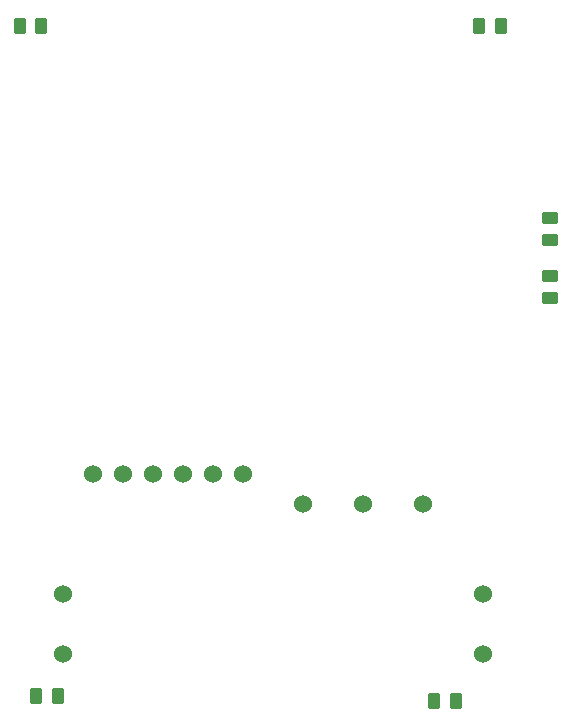
<source format=gtp>
%TF.GenerationSoftware,KiCad,Pcbnew,9.0.6*%
%TF.CreationDate,2026-01-26T22:39:46+07:00*%
%TF.ProjectId,BluetoothCar,426c7565-746f-46f7-9468-4361722e6b69,rev?*%
%TF.SameCoordinates,Original*%
%TF.FileFunction,Paste,Top*%
%TF.FilePolarity,Positive*%
%FSLAX46Y46*%
G04 Gerber Fmt 4.6, Leading zero omitted, Abs format (unit mm)*
G04 Created by KiCad (PCBNEW 9.0.6) date 2026-01-26 22:39:46*
%MOMM*%
%LPD*%
G01*
G04 APERTURE LIST*
G04 Aperture macros list*
%AMRoundRect*
0 Rectangle with rounded corners*
0 $1 Rounding radius*
0 $2 $3 $4 $5 $6 $7 $8 $9 X,Y pos of 4 corners*
0 Add a 4 corners polygon primitive as box body*
4,1,4,$2,$3,$4,$5,$6,$7,$8,$9,$2,$3,0*
0 Add four circle primitives for the rounded corners*
1,1,$1+$1,$2,$3*
1,1,$1+$1,$4,$5*
1,1,$1+$1,$6,$7*
1,1,$1+$1,$8,$9*
0 Add four rect primitives between the rounded corners*
20,1,$1+$1,$2,$3,$4,$5,0*
20,1,$1+$1,$4,$5,$6,$7,0*
20,1,$1+$1,$6,$7,$8,$9,0*
20,1,$1+$1,$8,$9,$2,$3,0*%
G04 Aperture macros list end*
%ADD10C,1.524000*%
%ADD11RoundRect,0.250000X-0.262500X-0.450000X0.262500X-0.450000X0.262500X0.450000X-0.262500X0.450000X0*%
%ADD12RoundRect,0.250000X0.450000X-0.262500X0.450000X0.262500X-0.450000X0.262500X-0.450000X-0.262500X0*%
%ADD13RoundRect,0.250000X0.262500X0.450000X-0.262500X0.450000X-0.262500X-0.450000X0.262500X-0.450000X0*%
G04 APERTURE END LIST*
D10*
%TO.C,REF\u002A\u002A*%
X93440000Y-125275000D03*
X93440000Y-130355000D03*
X95980000Y-115115000D03*
X98520000Y-115115000D03*
X101060000Y-115115000D03*
X103600000Y-115115000D03*
X106140000Y-115115000D03*
X108680000Y-115115000D03*
X113760000Y-117655000D03*
X118840000Y-117655000D03*
X123920000Y-117655000D03*
X129000000Y-125275000D03*
X129000000Y-130355000D03*
%TD*%
D11*
%TO.C,R4*%
X128687500Y-77200000D03*
X130512500Y-77200000D03*
%TD*%
D12*
%TO.C,R2*%
X134700000Y-95312500D03*
X134700000Y-93487500D03*
%TD*%
D11*
%TO.C,R3*%
X89775000Y-77200000D03*
X91600000Y-77200000D03*
%TD*%
D12*
%TO.C,R1*%
X134700000Y-100225000D03*
X134700000Y-98400000D03*
%TD*%
D13*
%TO.C,R6*%
X126712500Y-134400000D03*
X124887500Y-134400000D03*
%TD*%
%TO.C,R5*%
X93012500Y-133955000D03*
X91187500Y-133955000D03*
%TD*%
M02*

</source>
